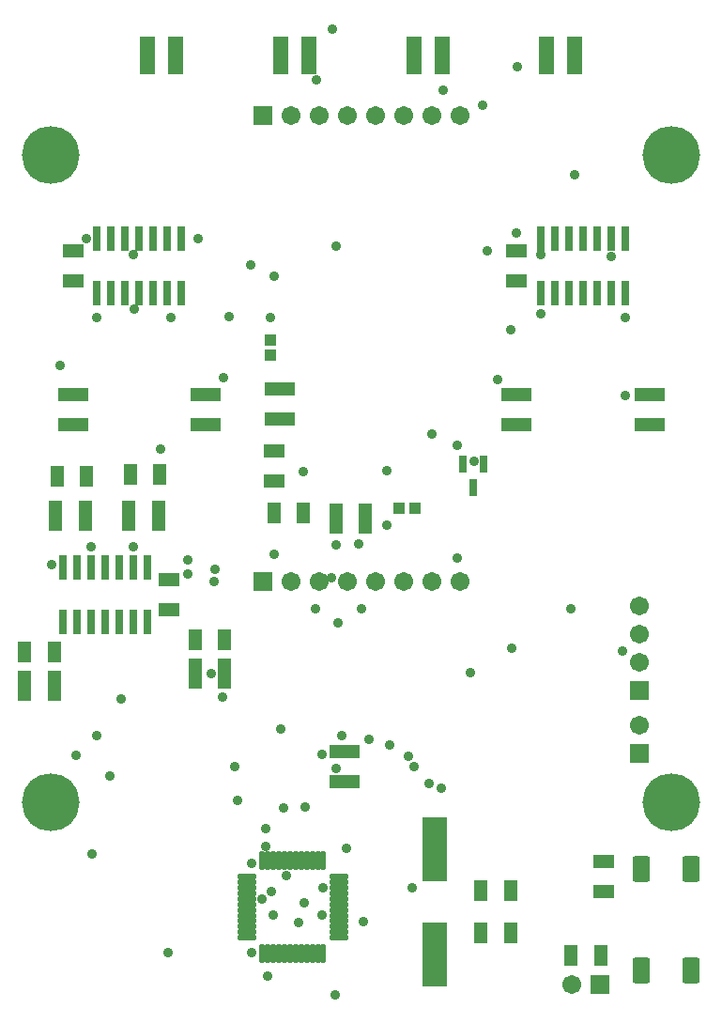
<source format=gbs>
G04*
G04 #@! TF.GenerationSoftware,Altium Limited,Altium Designer,20.1.8 (145)*
G04*
G04 Layer_Color=16711935*
%FSLAX25Y25*%
%MOIN*%
G70*
G04*
G04 #@! TF.SameCoordinates,EC9590D4-A93B-4016-A152-F587195DA6AB*
G04*
G04*
G04 #@! TF.FilePolarity,Negative*
G04*
G01*
G75*
%ADD24R,0.05800X0.13320*%
%ADD25R,0.05131X0.11036*%
%ADD26R,0.07493X0.05131*%
%ADD27R,0.03950X0.04343*%
%ADD30R,0.11036X0.05131*%
%ADD31R,0.04343X0.03950*%
%ADD32R,0.05131X0.07493*%
%ADD34R,0.06706X0.06706*%
%ADD35C,0.06706*%
%ADD36R,0.06706X0.06706*%
%ADD37C,0.20485*%
%ADD38C,0.03556*%
%ADD52R,0.05402X0.12921*%
%ADD53R,0.03162X0.05918*%
G04:AMPARAMS|DCode=54|XSize=19.02mil|YSize=69.42mil|CornerRadius=6.76mil|HoleSize=0mil|Usage=FLASHONLY|Rotation=90.000|XOffset=0mil|YOffset=0mil|HoleType=Round|Shape=RoundedRectangle|*
%AMROUNDEDRECTD54*
21,1,0.01902,0.05591,0,0,90.0*
21,1,0.00551,0.06942,0,0,90.0*
1,1,0.01351,0.02795,0.00276*
1,1,0.01351,0.02795,-0.00276*
1,1,0.01351,-0.02795,-0.00276*
1,1,0.01351,-0.02795,0.00276*
%
%ADD54ROUNDEDRECTD54*%
G04:AMPARAMS|DCode=55|XSize=19.02mil|YSize=69.42mil|CornerRadius=6.76mil|HoleSize=0mil|Usage=FLASHONLY|Rotation=180.000|XOffset=0mil|YOffset=0mil|HoleType=Round|Shape=RoundedRectangle|*
%AMROUNDEDRECTD55*
21,1,0.01902,0.05591,0,0,180.0*
21,1,0.00551,0.06942,0,0,180.0*
1,1,0.01351,-0.00276,0.02795*
1,1,0.01351,0.00276,0.02795*
1,1,0.01351,0.00276,-0.02795*
1,1,0.01351,-0.00276,-0.02795*
%
%ADD55ROUNDEDRECTD55*%
G04:AMPARAMS|DCode=56|XSize=90.68mil|YSize=62.33mil|CornerRadius=8.07mil|HoleSize=0mil|Usage=FLASHONLY|Rotation=90.000|XOffset=0mil|YOffset=0mil|HoleType=Round|Shape=RoundedRectangle|*
%AMROUNDEDRECTD56*
21,1,0.09068,0.04618,0,0,90.0*
21,1,0.07453,0.06233,0,0,90.0*
1,1,0.01615,0.02309,0.03726*
1,1,0.01615,0.02309,-0.03726*
1,1,0.01615,-0.02309,-0.03726*
1,1,0.01615,-0.02309,0.03726*
%
%ADD56ROUNDEDRECTD56*%
%ADD57R,0.02800X0.08600*%
%ADD58R,0.09100X0.22800*%
D24*
X160366Y520189D02*
D03*
X150366D02*
D03*
X197610D02*
D03*
X207610D02*
D03*
X254854D02*
D03*
X244854D02*
D03*
X292098D02*
D03*
X302098D02*
D03*
D25*
X167185Y301000D02*
D03*
X177815D02*
D03*
X117315Y296500D02*
D03*
X106685D02*
D03*
X154315Y357000D02*
D03*
X143685D02*
D03*
X117685D02*
D03*
X128315D02*
D03*
X227815Y356000D02*
D03*
X217185D02*
D03*
D26*
X281354Y440315D02*
D03*
Y450945D02*
D03*
X123874Y440315D02*
D03*
Y450945D02*
D03*
X195500Y379815D02*
D03*
Y369185D02*
D03*
X312500Y234315D02*
D03*
Y223685D02*
D03*
X158000Y323685D02*
D03*
Y334315D02*
D03*
D27*
X245256Y359500D02*
D03*
X239744D02*
D03*
D30*
X220500Y262685D02*
D03*
Y273315D02*
D03*
X197500Y391185D02*
D03*
Y401815D02*
D03*
X171118Y399764D02*
D03*
Y389134D02*
D03*
X123874D02*
D03*
Y399764D02*
D03*
X328598Y389134D02*
D03*
Y399764D02*
D03*
X281354Y389134D02*
D03*
Y399764D02*
D03*
D31*
X194000Y419256D02*
D03*
Y413744D02*
D03*
D32*
X106685Y308500D02*
D03*
X117315D02*
D03*
X279315Y224000D02*
D03*
X268685D02*
D03*
X279315Y209000D02*
D03*
X268685D02*
D03*
X205815Y358000D02*
D03*
X195185D02*
D03*
X128815Y371000D02*
D03*
X118185D02*
D03*
X154815Y371500D02*
D03*
X144185D02*
D03*
X167185Y313000D02*
D03*
X177815D02*
D03*
X300685Y201000D02*
D03*
X311315D02*
D03*
D34*
X191236Y498780D02*
D03*
Y333425D02*
D03*
X311000Y190500D02*
D03*
D35*
X201236Y498780D02*
D03*
X211236D02*
D03*
X221236D02*
D03*
X231236D02*
D03*
X241236D02*
D03*
X251236D02*
D03*
X261236D02*
D03*
X325000Y305000D02*
D03*
Y315000D02*
D03*
Y325000D02*
D03*
Y282500D02*
D03*
X201236Y333425D02*
D03*
X211236D02*
D03*
X221236D02*
D03*
X231236D02*
D03*
X241236D02*
D03*
X251236D02*
D03*
X261236D02*
D03*
X301000Y190500D02*
D03*
D36*
X325000Y295000D02*
D03*
Y272500D02*
D03*
D37*
X116000Y255079D02*
D03*
Y485000D02*
D03*
X336472Y255079D02*
D03*
Y485000D02*
D03*
D38*
X260500Y341835D02*
D03*
Y382000D02*
D03*
X266260Y376134D02*
D03*
X195185Y343128D02*
D03*
X225500Y346929D02*
D03*
X217185Y346665D02*
D03*
X130700Y236800D02*
D03*
X251222Y385748D02*
D03*
X235500Y373000D02*
D03*
X229000Y277500D02*
D03*
X194500Y223500D02*
D03*
X198785Y253400D02*
D03*
X155000Y380500D02*
D03*
X320000Y399500D02*
D03*
X187164Y445764D02*
D03*
X125000Y272000D02*
D03*
X137165Y264500D02*
D03*
X132453Y278980D02*
D03*
X217500Y452500D02*
D03*
X217400Y267100D02*
D03*
X206500Y253500D02*
D03*
X219500Y279000D02*
D03*
X177000Y292453D02*
D03*
X243000Y271500D02*
D03*
X236500Y275500D02*
D03*
X227000Y213000D02*
D03*
X187500Y201750D02*
D03*
X193000Y193500D02*
D03*
X206000Y219500D02*
D03*
X145375Y449475D02*
D03*
X212827Y225000D02*
D03*
X244500Y225000D02*
D03*
X302098Y477998D02*
D03*
X255500Y507957D02*
D03*
X157750Y201750D02*
D03*
X212500Y215250D02*
D03*
X204000Y212500D02*
D03*
X141000Y291900D02*
D03*
X195100Y215200D02*
D03*
X218100Y318900D02*
D03*
X215800Y335000D02*
D03*
X174125Y333425D02*
D03*
X245000Y267835D02*
D03*
X164700Y336351D02*
D03*
X145600Y430400D02*
D03*
X300550Y323800D02*
D03*
X130500Y346000D02*
D03*
X119400Y410300D02*
D03*
X281500Y457400D02*
D03*
X205815Y372500D02*
D03*
X195500Y442000D02*
D03*
X221007Y238866D02*
D03*
X164700Y341315D02*
D03*
X174500Y337900D02*
D03*
X279500Y422900D02*
D03*
X172900Y301000D02*
D03*
X279700Y310000D02*
D03*
X145500Y345900D02*
D03*
X217051Y187000D02*
D03*
X116300Y339700D02*
D03*
X179500Y427485D02*
D03*
X210085Y324000D02*
D03*
X226300D02*
D03*
X191000Y220750D02*
D03*
X192400Y239700D02*
D03*
X210300Y511700D02*
D03*
X269500Y502500D02*
D03*
X254600Y260300D02*
D03*
X264950Y301150D02*
D03*
X274800Y405400D02*
D03*
X289976Y449500D02*
D03*
X314976Y448900D02*
D03*
X319976Y427323D02*
D03*
X289976Y428573D02*
D03*
X128755Y455300D02*
D03*
X168200Y455100D02*
D03*
X177400Y405900D02*
D03*
X158746Y427323D02*
D03*
X132496D02*
D03*
X212500Y272400D02*
D03*
X235500Y353700D02*
D03*
X197600Y281200D02*
D03*
X199600Y229200D02*
D03*
X182400Y256000D02*
D03*
X181500Y268000D02*
D03*
X250500Y262000D02*
D03*
X192222Y246022D02*
D03*
X187500Y233600D02*
D03*
X319000Y309000D02*
D03*
X271000Y450945D02*
D03*
X194000Y427100D02*
D03*
X216076Y529524D02*
D03*
X281800Y516400D02*
D03*
D52*
X160366Y520189D02*
D03*
X150366D02*
D03*
X197610D02*
D03*
X207610D02*
D03*
X254854D02*
D03*
X244854D02*
D03*
X292098D02*
D03*
X302098D02*
D03*
D53*
X262260Y375134D02*
D03*
X269740D02*
D03*
X266000Y366866D02*
D03*
D54*
X218457Y228827D02*
D03*
Y226858D02*
D03*
Y224890D02*
D03*
Y222921D02*
D03*
Y220953D02*
D03*
Y218984D02*
D03*
Y217016D02*
D03*
Y215047D02*
D03*
Y213079D02*
D03*
Y211110D02*
D03*
Y209142D02*
D03*
Y207173D02*
D03*
X185543D02*
D03*
Y209142D02*
D03*
Y211110D02*
D03*
Y213079D02*
D03*
Y215047D02*
D03*
Y217016D02*
D03*
Y218984D02*
D03*
Y220953D02*
D03*
Y222921D02*
D03*
Y224890D02*
D03*
Y226858D02*
D03*
Y228827D02*
D03*
D55*
X212827Y201543D02*
D03*
X210858D02*
D03*
X208890D02*
D03*
X206921D02*
D03*
X204953D02*
D03*
X202984D02*
D03*
X201016D02*
D03*
X199047D02*
D03*
X197079D02*
D03*
X195110D02*
D03*
X193142D02*
D03*
X191173D02*
D03*
Y234457D02*
D03*
X193142D02*
D03*
X195110D02*
D03*
X197079D02*
D03*
X199047D02*
D03*
X201016D02*
D03*
X202984D02*
D03*
X204953D02*
D03*
X206921D02*
D03*
X208890D02*
D03*
X210858D02*
D03*
X212827D02*
D03*
D56*
X343319Y231413D02*
D03*
X325681D02*
D03*
X343319Y195587D02*
D03*
X325681D02*
D03*
D57*
X150500Y338700D02*
D03*
X145500D02*
D03*
X140500D02*
D03*
X135500D02*
D03*
X130500D02*
D03*
X125500D02*
D03*
X120500D02*
D03*
Y319300D02*
D03*
X125500D02*
D03*
X130500D02*
D03*
X135500D02*
D03*
X140500D02*
D03*
X145500D02*
D03*
X150500D02*
D03*
X132496Y435930D02*
D03*
X137496D02*
D03*
X142496D02*
D03*
X147496D02*
D03*
X152496D02*
D03*
X157496D02*
D03*
X162496D02*
D03*
Y455330D02*
D03*
X157496D02*
D03*
X152496D02*
D03*
X147496D02*
D03*
X142496D02*
D03*
X137496D02*
D03*
X132496D02*
D03*
X289976D02*
D03*
X294976D02*
D03*
X299976D02*
D03*
X304976D02*
D03*
X309976D02*
D03*
X314976D02*
D03*
X319976D02*
D03*
Y435930D02*
D03*
X314976D02*
D03*
X309976D02*
D03*
X304976D02*
D03*
X299976D02*
D03*
X294976D02*
D03*
X289976D02*
D03*
D58*
X252500Y238700D02*
D03*
Y201300D02*
D03*
M02*

</source>
